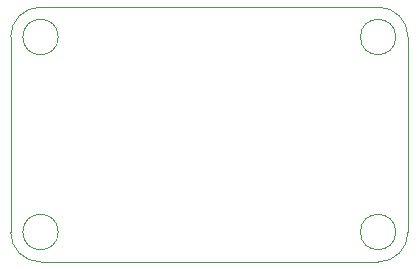
<source format=gbr>
%TF.GenerationSoftware,KiCad,Pcbnew,(6.0.8)*%
%TF.CreationDate,2023-01-17T12:43:36+02:00*%
%TF.ProjectId,dc_ph2_converter,64635f70-6832-45f6-936f-6e7665727465,rev?*%
%TF.SameCoordinates,Original*%
%TF.FileFunction,Profile,NP*%
%FSLAX46Y46*%
G04 Gerber Fmt 4.6, Leading zero omitted, Abs format (unit mm)*
G04 Created by KiCad (PCBNEW (6.0.8)) date 2023-01-17 12:43:36*
%MOMM*%
%LPD*%
G01*
G04 APERTURE LIST*
%TA.AperFunction,Profile*%
%ADD10C,0.100000*%
%TD*%
G04 APERTURE END LIST*
D10*
X92075000Y-57785000D02*
G75*
G03*
X89535000Y-60325000I0J-2540000D01*
G01*
X89535000Y-76835000D02*
G75*
G03*
X92075000Y-79375000I2540000J0D01*
G01*
X120650000Y-79375000D02*
G75*
G03*
X123190000Y-76835000I0J2540000D01*
G01*
X123190000Y-60325000D02*
G75*
G03*
X120650000Y-57785000I-2540000J0D01*
G01*
X122150000Y-60325000D02*
G75*
G03*
X122150000Y-60325000I-1500000J0D01*
G01*
X122150000Y-76835000D02*
G75*
G03*
X122150000Y-76835000I-1500000J0D01*
G01*
X93575000Y-76835000D02*
G75*
G03*
X93575000Y-76835000I-1500000J0D01*
G01*
X93575000Y-60325000D02*
G75*
G03*
X93575000Y-60325000I-1500000J0D01*
G01*
X123190000Y-76835000D02*
X123190000Y-60325000D01*
X120650000Y-79375000D02*
X92075000Y-79375000D01*
X120650000Y-57785000D02*
X92075000Y-57785000D01*
X89535000Y-60325000D02*
X89535000Y-76835000D01*
M02*

</source>
